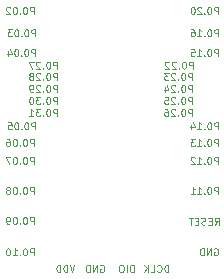
<source format=gbo>
G04 #@! TF.FileFunction,Legend,Bot*
%FSLAX46Y46*%
G04 Gerber Fmt 4.6, Leading zero omitted, Abs format (unit mm)*
G04 Created by KiCad (PCBNEW 4.0.7) date 09/26/18 10:41:12*
%MOMM*%
%LPD*%
G01*
G04 APERTURE LIST*
%ADD10C,0.100000*%
%ADD11C,0.060000*%
G04 APERTURE END LIST*
D10*
D11*
X169686143Y-119905429D02*
X169686143Y-119305429D01*
X169457571Y-119305429D01*
X169400429Y-119334000D01*
X169371857Y-119362571D01*
X169343286Y-119419714D01*
X169343286Y-119505429D01*
X169371857Y-119562571D01*
X169400429Y-119591143D01*
X169457571Y-119619714D01*
X169686143Y-119619714D01*
X168971857Y-119305429D02*
X168914714Y-119305429D01*
X168857571Y-119334000D01*
X168829000Y-119362571D01*
X168800429Y-119419714D01*
X168771857Y-119534000D01*
X168771857Y-119676857D01*
X168800429Y-119791143D01*
X168829000Y-119848286D01*
X168857571Y-119876857D01*
X168914714Y-119905429D01*
X168971857Y-119905429D01*
X169029000Y-119876857D01*
X169057571Y-119848286D01*
X169086143Y-119791143D01*
X169114714Y-119676857D01*
X169114714Y-119534000D01*
X169086143Y-119419714D01*
X169057571Y-119362571D01*
X169029000Y-119334000D01*
X168971857Y-119305429D01*
X168514714Y-119848286D02*
X168486142Y-119876857D01*
X168514714Y-119905429D01*
X168543285Y-119876857D01*
X168514714Y-119848286D01*
X168514714Y-119905429D01*
X168114714Y-119305429D02*
X168057571Y-119305429D01*
X168000428Y-119334000D01*
X167971857Y-119362571D01*
X167943286Y-119419714D01*
X167914714Y-119534000D01*
X167914714Y-119676857D01*
X167943286Y-119791143D01*
X167971857Y-119848286D01*
X168000428Y-119876857D01*
X168057571Y-119905429D01*
X168114714Y-119905429D01*
X168171857Y-119876857D01*
X168200428Y-119848286D01*
X168229000Y-119791143D01*
X168257571Y-119676857D01*
X168257571Y-119534000D01*
X168229000Y-119419714D01*
X168200428Y-119362571D01*
X168171857Y-119334000D01*
X168114714Y-119305429D01*
X167371857Y-119305429D02*
X167657571Y-119305429D01*
X167686142Y-119591143D01*
X167657571Y-119562571D01*
X167600428Y-119534000D01*
X167457571Y-119534000D01*
X167400428Y-119562571D01*
X167371857Y-119591143D01*
X167343285Y-119648286D01*
X167343285Y-119791143D01*
X167371857Y-119848286D01*
X167400428Y-119876857D01*
X167457571Y-119905429D01*
X167600428Y-119905429D01*
X167657571Y-119876857D01*
X167686142Y-119848286D01*
X180959000Y-131970429D02*
X180959000Y-131370429D01*
X180816143Y-131370429D01*
X180730428Y-131399000D01*
X180673286Y-131456143D01*
X180644714Y-131513286D01*
X180616143Y-131627571D01*
X180616143Y-131713286D01*
X180644714Y-131827571D01*
X180673286Y-131884714D01*
X180730428Y-131941857D01*
X180816143Y-131970429D01*
X180959000Y-131970429D01*
X180016143Y-131913286D02*
X180044714Y-131941857D01*
X180130428Y-131970429D01*
X180187571Y-131970429D01*
X180273286Y-131941857D01*
X180330428Y-131884714D01*
X180359000Y-131827571D01*
X180387571Y-131713286D01*
X180387571Y-131627571D01*
X180359000Y-131513286D01*
X180330428Y-131456143D01*
X180273286Y-131399000D01*
X180187571Y-131370429D01*
X180130428Y-131370429D01*
X180044714Y-131399000D01*
X180016143Y-131427571D01*
X179473286Y-131970429D02*
X179759000Y-131970429D01*
X179759000Y-131370429D01*
X179273286Y-131970429D02*
X179273286Y-131370429D01*
X178930429Y-131970429D02*
X179187572Y-131627571D01*
X178930429Y-131370429D02*
X179273286Y-131713286D01*
X178033285Y-131970429D02*
X178033285Y-131370429D01*
X177890428Y-131370429D01*
X177804713Y-131399000D01*
X177747571Y-131456143D01*
X177718999Y-131513286D01*
X177690428Y-131627571D01*
X177690428Y-131713286D01*
X177718999Y-131827571D01*
X177747571Y-131884714D01*
X177804713Y-131941857D01*
X177890428Y-131970429D01*
X178033285Y-131970429D01*
X177433285Y-131970429D02*
X177433285Y-131370429D01*
X177033285Y-131370429D02*
X176918999Y-131370429D01*
X176861857Y-131399000D01*
X176804714Y-131456143D01*
X176776142Y-131570429D01*
X176776142Y-131770429D01*
X176804714Y-131884714D01*
X176861857Y-131941857D01*
X176918999Y-131970429D01*
X177033285Y-131970429D01*
X177090428Y-131941857D01*
X177147571Y-131884714D01*
X177176142Y-131770429D01*
X177176142Y-131570429D01*
X177147571Y-131456143D01*
X177090428Y-131399000D01*
X177033285Y-131370429D01*
X175209142Y-131399000D02*
X175266285Y-131370429D01*
X175351999Y-131370429D01*
X175437714Y-131399000D01*
X175494856Y-131456143D01*
X175523428Y-131513286D01*
X175551999Y-131627571D01*
X175551999Y-131713286D01*
X175523428Y-131827571D01*
X175494856Y-131884714D01*
X175437714Y-131941857D01*
X175351999Y-131970429D01*
X175294856Y-131970429D01*
X175209142Y-131941857D01*
X175180571Y-131913286D01*
X175180571Y-131713286D01*
X175294856Y-131713286D01*
X174923428Y-131970429D02*
X174923428Y-131370429D01*
X174580571Y-131970429D01*
X174580571Y-131370429D01*
X174294857Y-131970429D02*
X174294857Y-131370429D01*
X174152000Y-131370429D01*
X174066285Y-131399000D01*
X174009143Y-131456143D01*
X173980571Y-131513286D01*
X173952000Y-131627571D01*
X173952000Y-131713286D01*
X173980571Y-131827571D01*
X174009143Y-131884714D01*
X174066285Y-131941857D01*
X174152000Y-131970429D01*
X174294857Y-131970429D01*
X173012000Y-131370429D02*
X172812000Y-131970429D01*
X172612000Y-131370429D01*
X172412000Y-131970429D02*
X172412000Y-131370429D01*
X172269143Y-131370429D01*
X172183428Y-131399000D01*
X172126286Y-131456143D01*
X172097714Y-131513286D01*
X172069143Y-131627571D01*
X172069143Y-131713286D01*
X172097714Y-131827571D01*
X172126286Y-131884714D01*
X172183428Y-131941857D01*
X172269143Y-131970429D01*
X172412000Y-131970429D01*
X171812000Y-131970429D02*
X171812000Y-131370429D01*
X171669143Y-131370429D01*
X171583428Y-131399000D01*
X171526286Y-131456143D01*
X171497714Y-131513286D01*
X171469143Y-131627571D01*
X171469143Y-131713286D01*
X171497714Y-131827571D01*
X171526286Y-131884714D01*
X171583428Y-131941857D01*
X171669143Y-131970429D01*
X171812000Y-131970429D01*
X183021143Y-114761929D02*
X183021143Y-114161929D01*
X182792571Y-114161929D01*
X182735429Y-114190500D01*
X182706857Y-114219071D01*
X182678286Y-114276214D01*
X182678286Y-114361929D01*
X182706857Y-114419071D01*
X182735429Y-114447643D01*
X182792571Y-114476214D01*
X183021143Y-114476214D01*
X182306857Y-114161929D02*
X182249714Y-114161929D01*
X182192571Y-114190500D01*
X182164000Y-114219071D01*
X182135429Y-114276214D01*
X182106857Y-114390500D01*
X182106857Y-114533357D01*
X182135429Y-114647643D01*
X182164000Y-114704786D01*
X182192571Y-114733357D01*
X182249714Y-114761929D01*
X182306857Y-114761929D01*
X182364000Y-114733357D01*
X182392571Y-114704786D01*
X182421143Y-114647643D01*
X182449714Y-114533357D01*
X182449714Y-114390500D01*
X182421143Y-114276214D01*
X182392571Y-114219071D01*
X182364000Y-114190500D01*
X182306857Y-114161929D01*
X181849714Y-114704786D02*
X181821142Y-114733357D01*
X181849714Y-114761929D01*
X181878285Y-114733357D01*
X181849714Y-114704786D01*
X181849714Y-114761929D01*
X181592571Y-114219071D02*
X181564000Y-114190500D01*
X181506857Y-114161929D01*
X181364000Y-114161929D01*
X181306857Y-114190500D01*
X181278286Y-114219071D01*
X181249714Y-114276214D01*
X181249714Y-114333357D01*
X181278286Y-114419071D01*
X181621143Y-114761929D01*
X181249714Y-114761929D01*
X181021142Y-114219071D02*
X180992571Y-114190500D01*
X180935428Y-114161929D01*
X180792571Y-114161929D01*
X180735428Y-114190500D01*
X180706857Y-114219071D01*
X180678285Y-114276214D01*
X180678285Y-114333357D01*
X180706857Y-114419071D01*
X181049714Y-114761929D01*
X180678285Y-114761929D01*
X182957643Y-115714429D02*
X182957643Y-115114429D01*
X182729071Y-115114429D01*
X182671929Y-115143000D01*
X182643357Y-115171571D01*
X182614786Y-115228714D01*
X182614786Y-115314429D01*
X182643357Y-115371571D01*
X182671929Y-115400143D01*
X182729071Y-115428714D01*
X182957643Y-115428714D01*
X182243357Y-115114429D02*
X182186214Y-115114429D01*
X182129071Y-115143000D01*
X182100500Y-115171571D01*
X182071929Y-115228714D01*
X182043357Y-115343000D01*
X182043357Y-115485857D01*
X182071929Y-115600143D01*
X182100500Y-115657286D01*
X182129071Y-115685857D01*
X182186214Y-115714429D01*
X182243357Y-115714429D01*
X182300500Y-115685857D01*
X182329071Y-115657286D01*
X182357643Y-115600143D01*
X182386214Y-115485857D01*
X182386214Y-115343000D01*
X182357643Y-115228714D01*
X182329071Y-115171571D01*
X182300500Y-115143000D01*
X182243357Y-115114429D01*
X181786214Y-115657286D02*
X181757642Y-115685857D01*
X181786214Y-115714429D01*
X181814785Y-115685857D01*
X181786214Y-115657286D01*
X181786214Y-115714429D01*
X181529071Y-115171571D02*
X181500500Y-115143000D01*
X181443357Y-115114429D01*
X181300500Y-115114429D01*
X181243357Y-115143000D01*
X181214786Y-115171571D01*
X181186214Y-115228714D01*
X181186214Y-115285857D01*
X181214786Y-115371571D01*
X181557643Y-115714429D01*
X181186214Y-115714429D01*
X180986214Y-115114429D02*
X180614785Y-115114429D01*
X180814785Y-115343000D01*
X180729071Y-115343000D01*
X180671928Y-115371571D01*
X180643357Y-115400143D01*
X180614785Y-115457286D01*
X180614785Y-115600143D01*
X180643357Y-115657286D01*
X180671928Y-115685857D01*
X180729071Y-115714429D01*
X180900499Y-115714429D01*
X180957642Y-115685857D01*
X180986214Y-115657286D01*
X182957643Y-116730429D02*
X182957643Y-116130429D01*
X182729071Y-116130429D01*
X182671929Y-116159000D01*
X182643357Y-116187571D01*
X182614786Y-116244714D01*
X182614786Y-116330429D01*
X182643357Y-116387571D01*
X182671929Y-116416143D01*
X182729071Y-116444714D01*
X182957643Y-116444714D01*
X182243357Y-116130429D02*
X182186214Y-116130429D01*
X182129071Y-116159000D01*
X182100500Y-116187571D01*
X182071929Y-116244714D01*
X182043357Y-116359000D01*
X182043357Y-116501857D01*
X182071929Y-116616143D01*
X182100500Y-116673286D01*
X182129071Y-116701857D01*
X182186214Y-116730429D01*
X182243357Y-116730429D01*
X182300500Y-116701857D01*
X182329071Y-116673286D01*
X182357643Y-116616143D01*
X182386214Y-116501857D01*
X182386214Y-116359000D01*
X182357643Y-116244714D01*
X182329071Y-116187571D01*
X182300500Y-116159000D01*
X182243357Y-116130429D01*
X181786214Y-116673286D02*
X181757642Y-116701857D01*
X181786214Y-116730429D01*
X181814785Y-116701857D01*
X181786214Y-116673286D01*
X181786214Y-116730429D01*
X181529071Y-116187571D02*
X181500500Y-116159000D01*
X181443357Y-116130429D01*
X181300500Y-116130429D01*
X181243357Y-116159000D01*
X181214786Y-116187571D01*
X181186214Y-116244714D01*
X181186214Y-116301857D01*
X181214786Y-116387571D01*
X181557643Y-116730429D01*
X181186214Y-116730429D01*
X180671928Y-116330429D02*
X180671928Y-116730429D01*
X180814785Y-116101857D02*
X180957642Y-116530429D01*
X180586214Y-116530429D01*
X182957643Y-117746429D02*
X182957643Y-117146429D01*
X182729071Y-117146429D01*
X182671929Y-117175000D01*
X182643357Y-117203571D01*
X182614786Y-117260714D01*
X182614786Y-117346429D01*
X182643357Y-117403571D01*
X182671929Y-117432143D01*
X182729071Y-117460714D01*
X182957643Y-117460714D01*
X182243357Y-117146429D02*
X182186214Y-117146429D01*
X182129071Y-117175000D01*
X182100500Y-117203571D01*
X182071929Y-117260714D01*
X182043357Y-117375000D01*
X182043357Y-117517857D01*
X182071929Y-117632143D01*
X182100500Y-117689286D01*
X182129071Y-117717857D01*
X182186214Y-117746429D01*
X182243357Y-117746429D01*
X182300500Y-117717857D01*
X182329071Y-117689286D01*
X182357643Y-117632143D01*
X182386214Y-117517857D01*
X182386214Y-117375000D01*
X182357643Y-117260714D01*
X182329071Y-117203571D01*
X182300500Y-117175000D01*
X182243357Y-117146429D01*
X181786214Y-117689286D02*
X181757642Y-117717857D01*
X181786214Y-117746429D01*
X181814785Y-117717857D01*
X181786214Y-117689286D01*
X181786214Y-117746429D01*
X181529071Y-117203571D02*
X181500500Y-117175000D01*
X181443357Y-117146429D01*
X181300500Y-117146429D01*
X181243357Y-117175000D01*
X181214786Y-117203571D01*
X181186214Y-117260714D01*
X181186214Y-117317857D01*
X181214786Y-117403571D01*
X181557643Y-117746429D01*
X181186214Y-117746429D01*
X180643357Y-117146429D02*
X180929071Y-117146429D01*
X180957642Y-117432143D01*
X180929071Y-117403571D01*
X180871928Y-117375000D01*
X180729071Y-117375000D01*
X180671928Y-117403571D01*
X180643357Y-117432143D01*
X180614785Y-117489286D01*
X180614785Y-117632143D01*
X180643357Y-117689286D01*
X180671928Y-117717857D01*
X180729071Y-117746429D01*
X180871928Y-117746429D01*
X180929071Y-117717857D01*
X180957642Y-117689286D01*
X182957643Y-118762429D02*
X182957643Y-118162429D01*
X182729071Y-118162429D01*
X182671929Y-118191000D01*
X182643357Y-118219571D01*
X182614786Y-118276714D01*
X182614786Y-118362429D01*
X182643357Y-118419571D01*
X182671929Y-118448143D01*
X182729071Y-118476714D01*
X182957643Y-118476714D01*
X182243357Y-118162429D02*
X182186214Y-118162429D01*
X182129071Y-118191000D01*
X182100500Y-118219571D01*
X182071929Y-118276714D01*
X182043357Y-118391000D01*
X182043357Y-118533857D01*
X182071929Y-118648143D01*
X182100500Y-118705286D01*
X182129071Y-118733857D01*
X182186214Y-118762429D01*
X182243357Y-118762429D01*
X182300500Y-118733857D01*
X182329071Y-118705286D01*
X182357643Y-118648143D01*
X182386214Y-118533857D01*
X182386214Y-118391000D01*
X182357643Y-118276714D01*
X182329071Y-118219571D01*
X182300500Y-118191000D01*
X182243357Y-118162429D01*
X181786214Y-118705286D02*
X181757642Y-118733857D01*
X181786214Y-118762429D01*
X181814785Y-118733857D01*
X181786214Y-118705286D01*
X181786214Y-118762429D01*
X181529071Y-118219571D02*
X181500500Y-118191000D01*
X181443357Y-118162429D01*
X181300500Y-118162429D01*
X181243357Y-118191000D01*
X181214786Y-118219571D01*
X181186214Y-118276714D01*
X181186214Y-118333857D01*
X181214786Y-118419571D01*
X181557643Y-118762429D01*
X181186214Y-118762429D01*
X180671928Y-118162429D02*
X180786214Y-118162429D01*
X180843357Y-118191000D01*
X180871928Y-118219571D01*
X180929071Y-118305286D01*
X180957642Y-118419571D01*
X180957642Y-118648143D01*
X180929071Y-118705286D01*
X180900499Y-118733857D01*
X180843357Y-118762429D01*
X180729071Y-118762429D01*
X180671928Y-118733857D01*
X180643357Y-118705286D01*
X180614785Y-118648143D01*
X180614785Y-118505286D01*
X180643357Y-118448143D01*
X180671928Y-118419571D01*
X180729071Y-118391000D01*
X180843357Y-118391000D01*
X180900499Y-118419571D01*
X180929071Y-118448143D01*
X180957642Y-118505286D01*
X171527643Y-118762429D02*
X171527643Y-118162429D01*
X171299071Y-118162429D01*
X171241929Y-118191000D01*
X171213357Y-118219571D01*
X171184786Y-118276714D01*
X171184786Y-118362429D01*
X171213357Y-118419571D01*
X171241929Y-118448143D01*
X171299071Y-118476714D01*
X171527643Y-118476714D01*
X170813357Y-118162429D02*
X170756214Y-118162429D01*
X170699071Y-118191000D01*
X170670500Y-118219571D01*
X170641929Y-118276714D01*
X170613357Y-118391000D01*
X170613357Y-118533857D01*
X170641929Y-118648143D01*
X170670500Y-118705286D01*
X170699071Y-118733857D01*
X170756214Y-118762429D01*
X170813357Y-118762429D01*
X170870500Y-118733857D01*
X170899071Y-118705286D01*
X170927643Y-118648143D01*
X170956214Y-118533857D01*
X170956214Y-118391000D01*
X170927643Y-118276714D01*
X170899071Y-118219571D01*
X170870500Y-118191000D01*
X170813357Y-118162429D01*
X170356214Y-118705286D02*
X170327642Y-118733857D01*
X170356214Y-118762429D01*
X170384785Y-118733857D01*
X170356214Y-118705286D01*
X170356214Y-118762429D01*
X170127643Y-118162429D02*
X169756214Y-118162429D01*
X169956214Y-118391000D01*
X169870500Y-118391000D01*
X169813357Y-118419571D01*
X169784786Y-118448143D01*
X169756214Y-118505286D01*
X169756214Y-118648143D01*
X169784786Y-118705286D01*
X169813357Y-118733857D01*
X169870500Y-118762429D01*
X170041928Y-118762429D01*
X170099071Y-118733857D01*
X170127643Y-118705286D01*
X169184785Y-118762429D02*
X169527642Y-118762429D01*
X169356214Y-118762429D02*
X169356214Y-118162429D01*
X169413357Y-118248143D01*
X169470499Y-118305286D01*
X169527642Y-118333857D01*
X171527643Y-117746429D02*
X171527643Y-117146429D01*
X171299071Y-117146429D01*
X171241929Y-117175000D01*
X171213357Y-117203571D01*
X171184786Y-117260714D01*
X171184786Y-117346429D01*
X171213357Y-117403571D01*
X171241929Y-117432143D01*
X171299071Y-117460714D01*
X171527643Y-117460714D01*
X170813357Y-117146429D02*
X170756214Y-117146429D01*
X170699071Y-117175000D01*
X170670500Y-117203571D01*
X170641929Y-117260714D01*
X170613357Y-117375000D01*
X170613357Y-117517857D01*
X170641929Y-117632143D01*
X170670500Y-117689286D01*
X170699071Y-117717857D01*
X170756214Y-117746429D01*
X170813357Y-117746429D01*
X170870500Y-117717857D01*
X170899071Y-117689286D01*
X170927643Y-117632143D01*
X170956214Y-117517857D01*
X170956214Y-117375000D01*
X170927643Y-117260714D01*
X170899071Y-117203571D01*
X170870500Y-117175000D01*
X170813357Y-117146429D01*
X170356214Y-117689286D02*
X170327642Y-117717857D01*
X170356214Y-117746429D01*
X170384785Y-117717857D01*
X170356214Y-117689286D01*
X170356214Y-117746429D01*
X170127643Y-117146429D02*
X169756214Y-117146429D01*
X169956214Y-117375000D01*
X169870500Y-117375000D01*
X169813357Y-117403571D01*
X169784786Y-117432143D01*
X169756214Y-117489286D01*
X169756214Y-117632143D01*
X169784786Y-117689286D01*
X169813357Y-117717857D01*
X169870500Y-117746429D01*
X170041928Y-117746429D01*
X170099071Y-117717857D01*
X170127643Y-117689286D01*
X169384785Y-117146429D02*
X169327642Y-117146429D01*
X169270499Y-117175000D01*
X169241928Y-117203571D01*
X169213357Y-117260714D01*
X169184785Y-117375000D01*
X169184785Y-117517857D01*
X169213357Y-117632143D01*
X169241928Y-117689286D01*
X169270499Y-117717857D01*
X169327642Y-117746429D01*
X169384785Y-117746429D01*
X169441928Y-117717857D01*
X169470499Y-117689286D01*
X169499071Y-117632143D01*
X169527642Y-117517857D01*
X169527642Y-117375000D01*
X169499071Y-117260714D01*
X169470499Y-117203571D01*
X169441928Y-117175000D01*
X169384785Y-117146429D01*
X171527643Y-116730429D02*
X171527643Y-116130429D01*
X171299071Y-116130429D01*
X171241929Y-116159000D01*
X171213357Y-116187571D01*
X171184786Y-116244714D01*
X171184786Y-116330429D01*
X171213357Y-116387571D01*
X171241929Y-116416143D01*
X171299071Y-116444714D01*
X171527643Y-116444714D01*
X170813357Y-116130429D02*
X170756214Y-116130429D01*
X170699071Y-116159000D01*
X170670500Y-116187571D01*
X170641929Y-116244714D01*
X170613357Y-116359000D01*
X170613357Y-116501857D01*
X170641929Y-116616143D01*
X170670500Y-116673286D01*
X170699071Y-116701857D01*
X170756214Y-116730429D01*
X170813357Y-116730429D01*
X170870500Y-116701857D01*
X170899071Y-116673286D01*
X170927643Y-116616143D01*
X170956214Y-116501857D01*
X170956214Y-116359000D01*
X170927643Y-116244714D01*
X170899071Y-116187571D01*
X170870500Y-116159000D01*
X170813357Y-116130429D01*
X170356214Y-116673286D02*
X170327642Y-116701857D01*
X170356214Y-116730429D01*
X170384785Y-116701857D01*
X170356214Y-116673286D01*
X170356214Y-116730429D01*
X170099071Y-116187571D02*
X170070500Y-116159000D01*
X170013357Y-116130429D01*
X169870500Y-116130429D01*
X169813357Y-116159000D01*
X169784786Y-116187571D01*
X169756214Y-116244714D01*
X169756214Y-116301857D01*
X169784786Y-116387571D01*
X170127643Y-116730429D01*
X169756214Y-116730429D01*
X169470499Y-116730429D02*
X169356214Y-116730429D01*
X169299071Y-116701857D01*
X169270499Y-116673286D01*
X169213357Y-116587571D01*
X169184785Y-116473286D01*
X169184785Y-116244714D01*
X169213357Y-116187571D01*
X169241928Y-116159000D01*
X169299071Y-116130429D01*
X169413357Y-116130429D01*
X169470499Y-116159000D01*
X169499071Y-116187571D01*
X169527642Y-116244714D01*
X169527642Y-116387571D01*
X169499071Y-116444714D01*
X169470499Y-116473286D01*
X169413357Y-116501857D01*
X169299071Y-116501857D01*
X169241928Y-116473286D01*
X169213357Y-116444714D01*
X169184785Y-116387571D01*
X171527643Y-115714429D02*
X171527643Y-115114429D01*
X171299071Y-115114429D01*
X171241929Y-115143000D01*
X171213357Y-115171571D01*
X171184786Y-115228714D01*
X171184786Y-115314429D01*
X171213357Y-115371571D01*
X171241929Y-115400143D01*
X171299071Y-115428714D01*
X171527643Y-115428714D01*
X170813357Y-115114429D02*
X170756214Y-115114429D01*
X170699071Y-115143000D01*
X170670500Y-115171571D01*
X170641929Y-115228714D01*
X170613357Y-115343000D01*
X170613357Y-115485857D01*
X170641929Y-115600143D01*
X170670500Y-115657286D01*
X170699071Y-115685857D01*
X170756214Y-115714429D01*
X170813357Y-115714429D01*
X170870500Y-115685857D01*
X170899071Y-115657286D01*
X170927643Y-115600143D01*
X170956214Y-115485857D01*
X170956214Y-115343000D01*
X170927643Y-115228714D01*
X170899071Y-115171571D01*
X170870500Y-115143000D01*
X170813357Y-115114429D01*
X170356214Y-115657286D02*
X170327642Y-115685857D01*
X170356214Y-115714429D01*
X170384785Y-115685857D01*
X170356214Y-115657286D01*
X170356214Y-115714429D01*
X170099071Y-115171571D02*
X170070500Y-115143000D01*
X170013357Y-115114429D01*
X169870500Y-115114429D01*
X169813357Y-115143000D01*
X169784786Y-115171571D01*
X169756214Y-115228714D01*
X169756214Y-115285857D01*
X169784786Y-115371571D01*
X170127643Y-115714429D01*
X169756214Y-115714429D01*
X169413357Y-115371571D02*
X169470499Y-115343000D01*
X169499071Y-115314429D01*
X169527642Y-115257286D01*
X169527642Y-115228714D01*
X169499071Y-115171571D01*
X169470499Y-115143000D01*
X169413357Y-115114429D01*
X169299071Y-115114429D01*
X169241928Y-115143000D01*
X169213357Y-115171571D01*
X169184785Y-115228714D01*
X169184785Y-115257286D01*
X169213357Y-115314429D01*
X169241928Y-115343000D01*
X169299071Y-115371571D01*
X169413357Y-115371571D01*
X169470499Y-115400143D01*
X169499071Y-115428714D01*
X169527642Y-115485857D01*
X169527642Y-115600143D01*
X169499071Y-115657286D01*
X169470499Y-115685857D01*
X169413357Y-115714429D01*
X169299071Y-115714429D01*
X169241928Y-115685857D01*
X169213357Y-115657286D01*
X169184785Y-115600143D01*
X169184785Y-115485857D01*
X169213357Y-115428714D01*
X169241928Y-115400143D01*
X169299071Y-115371571D01*
X171527643Y-114761929D02*
X171527643Y-114161929D01*
X171299071Y-114161929D01*
X171241929Y-114190500D01*
X171213357Y-114219071D01*
X171184786Y-114276214D01*
X171184786Y-114361929D01*
X171213357Y-114419071D01*
X171241929Y-114447643D01*
X171299071Y-114476214D01*
X171527643Y-114476214D01*
X170813357Y-114161929D02*
X170756214Y-114161929D01*
X170699071Y-114190500D01*
X170670500Y-114219071D01*
X170641929Y-114276214D01*
X170613357Y-114390500D01*
X170613357Y-114533357D01*
X170641929Y-114647643D01*
X170670500Y-114704786D01*
X170699071Y-114733357D01*
X170756214Y-114761929D01*
X170813357Y-114761929D01*
X170870500Y-114733357D01*
X170899071Y-114704786D01*
X170927643Y-114647643D01*
X170956214Y-114533357D01*
X170956214Y-114390500D01*
X170927643Y-114276214D01*
X170899071Y-114219071D01*
X170870500Y-114190500D01*
X170813357Y-114161929D01*
X170356214Y-114704786D02*
X170327642Y-114733357D01*
X170356214Y-114761929D01*
X170384785Y-114733357D01*
X170356214Y-114704786D01*
X170356214Y-114761929D01*
X170099071Y-114219071D02*
X170070500Y-114190500D01*
X170013357Y-114161929D01*
X169870500Y-114161929D01*
X169813357Y-114190500D01*
X169784786Y-114219071D01*
X169756214Y-114276214D01*
X169756214Y-114333357D01*
X169784786Y-114419071D01*
X170127643Y-114761929D01*
X169756214Y-114761929D01*
X169556214Y-114161929D02*
X169156214Y-114161929D01*
X169413357Y-114761929D01*
X169559143Y-110126429D02*
X169559143Y-109526429D01*
X169330571Y-109526429D01*
X169273429Y-109555000D01*
X169244857Y-109583571D01*
X169216286Y-109640714D01*
X169216286Y-109726429D01*
X169244857Y-109783571D01*
X169273429Y-109812143D01*
X169330571Y-109840714D01*
X169559143Y-109840714D01*
X168844857Y-109526429D02*
X168787714Y-109526429D01*
X168730571Y-109555000D01*
X168702000Y-109583571D01*
X168673429Y-109640714D01*
X168644857Y-109755000D01*
X168644857Y-109897857D01*
X168673429Y-110012143D01*
X168702000Y-110069286D01*
X168730571Y-110097857D01*
X168787714Y-110126429D01*
X168844857Y-110126429D01*
X168902000Y-110097857D01*
X168930571Y-110069286D01*
X168959143Y-110012143D01*
X168987714Y-109897857D01*
X168987714Y-109755000D01*
X168959143Y-109640714D01*
X168930571Y-109583571D01*
X168902000Y-109555000D01*
X168844857Y-109526429D01*
X168387714Y-110069286D02*
X168359142Y-110097857D01*
X168387714Y-110126429D01*
X168416285Y-110097857D01*
X168387714Y-110069286D01*
X168387714Y-110126429D01*
X167987714Y-109526429D02*
X167930571Y-109526429D01*
X167873428Y-109555000D01*
X167844857Y-109583571D01*
X167816286Y-109640714D01*
X167787714Y-109755000D01*
X167787714Y-109897857D01*
X167816286Y-110012143D01*
X167844857Y-110069286D01*
X167873428Y-110097857D01*
X167930571Y-110126429D01*
X167987714Y-110126429D01*
X168044857Y-110097857D01*
X168073428Y-110069286D01*
X168102000Y-110012143D01*
X168130571Y-109897857D01*
X168130571Y-109755000D01*
X168102000Y-109640714D01*
X168073428Y-109583571D01*
X168044857Y-109555000D01*
X167987714Y-109526429D01*
X167559142Y-109583571D02*
X167530571Y-109555000D01*
X167473428Y-109526429D01*
X167330571Y-109526429D01*
X167273428Y-109555000D01*
X167244857Y-109583571D01*
X167216285Y-109640714D01*
X167216285Y-109697857D01*
X167244857Y-109783571D01*
X167587714Y-110126429D01*
X167216285Y-110126429D01*
X169686143Y-112031429D02*
X169686143Y-111431429D01*
X169457571Y-111431429D01*
X169400429Y-111460000D01*
X169371857Y-111488571D01*
X169343286Y-111545714D01*
X169343286Y-111631429D01*
X169371857Y-111688571D01*
X169400429Y-111717143D01*
X169457571Y-111745714D01*
X169686143Y-111745714D01*
X168971857Y-111431429D02*
X168914714Y-111431429D01*
X168857571Y-111460000D01*
X168829000Y-111488571D01*
X168800429Y-111545714D01*
X168771857Y-111660000D01*
X168771857Y-111802857D01*
X168800429Y-111917143D01*
X168829000Y-111974286D01*
X168857571Y-112002857D01*
X168914714Y-112031429D01*
X168971857Y-112031429D01*
X169029000Y-112002857D01*
X169057571Y-111974286D01*
X169086143Y-111917143D01*
X169114714Y-111802857D01*
X169114714Y-111660000D01*
X169086143Y-111545714D01*
X169057571Y-111488571D01*
X169029000Y-111460000D01*
X168971857Y-111431429D01*
X168514714Y-111974286D02*
X168486142Y-112002857D01*
X168514714Y-112031429D01*
X168543285Y-112002857D01*
X168514714Y-111974286D01*
X168514714Y-112031429D01*
X168114714Y-111431429D02*
X168057571Y-111431429D01*
X168000428Y-111460000D01*
X167971857Y-111488571D01*
X167943286Y-111545714D01*
X167914714Y-111660000D01*
X167914714Y-111802857D01*
X167943286Y-111917143D01*
X167971857Y-111974286D01*
X168000428Y-112002857D01*
X168057571Y-112031429D01*
X168114714Y-112031429D01*
X168171857Y-112002857D01*
X168200428Y-111974286D01*
X168229000Y-111917143D01*
X168257571Y-111802857D01*
X168257571Y-111660000D01*
X168229000Y-111545714D01*
X168200428Y-111488571D01*
X168171857Y-111460000D01*
X168114714Y-111431429D01*
X167714714Y-111431429D02*
X167343285Y-111431429D01*
X167543285Y-111660000D01*
X167457571Y-111660000D01*
X167400428Y-111688571D01*
X167371857Y-111717143D01*
X167343285Y-111774286D01*
X167343285Y-111917143D01*
X167371857Y-111974286D01*
X167400428Y-112002857D01*
X167457571Y-112031429D01*
X167628999Y-112031429D01*
X167686142Y-112002857D01*
X167714714Y-111974286D01*
X169686143Y-113682429D02*
X169686143Y-113082429D01*
X169457571Y-113082429D01*
X169400429Y-113111000D01*
X169371857Y-113139571D01*
X169343286Y-113196714D01*
X169343286Y-113282429D01*
X169371857Y-113339571D01*
X169400429Y-113368143D01*
X169457571Y-113396714D01*
X169686143Y-113396714D01*
X168971857Y-113082429D02*
X168914714Y-113082429D01*
X168857571Y-113111000D01*
X168829000Y-113139571D01*
X168800429Y-113196714D01*
X168771857Y-113311000D01*
X168771857Y-113453857D01*
X168800429Y-113568143D01*
X168829000Y-113625286D01*
X168857571Y-113653857D01*
X168914714Y-113682429D01*
X168971857Y-113682429D01*
X169029000Y-113653857D01*
X169057571Y-113625286D01*
X169086143Y-113568143D01*
X169114714Y-113453857D01*
X169114714Y-113311000D01*
X169086143Y-113196714D01*
X169057571Y-113139571D01*
X169029000Y-113111000D01*
X168971857Y-113082429D01*
X168514714Y-113625286D02*
X168486142Y-113653857D01*
X168514714Y-113682429D01*
X168543285Y-113653857D01*
X168514714Y-113625286D01*
X168514714Y-113682429D01*
X168114714Y-113082429D02*
X168057571Y-113082429D01*
X168000428Y-113111000D01*
X167971857Y-113139571D01*
X167943286Y-113196714D01*
X167914714Y-113311000D01*
X167914714Y-113453857D01*
X167943286Y-113568143D01*
X167971857Y-113625286D01*
X168000428Y-113653857D01*
X168057571Y-113682429D01*
X168114714Y-113682429D01*
X168171857Y-113653857D01*
X168200428Y-113625286D01*
X168229000Y-113568143D01*
X168257571Y-113453857D01*
X168257571Y-113311000D01*
X168229000Y-113196714D01*
X168200428Y-113139571D01*
X168171857Y-113111000D01*
X168114714Y-113082429D01*
X167400428Y-113282429D02*
X167400428Y-113682429D01*
X167543285Y-113053857D02*
X167686142Y-113482429D01*
X167314714Y-113482429D01*
X169559143Y-121302429D02*
X169559143Y-120702429D01*
X169330571Y-120702429D01*
X169273429Y-120731000D01*
X169244857Y-120759571D01*
X169216286Y-120816714D01*
X169216286Y-120902429D01*
X169244857Y-120959571D01*
X169273429Y-120988143D01*
X169330571Y-121016714D01*
X169559143Y-121016714D01*
X168844857Y-120702429D02*
X168787714Y-120702429D01*
X168730571Y-120731000D01*
X168702000Y-120759571D01*
X168673429Y-120816714D01*
X168644857Y-120931000D01*
X168644857Y-121073857D01*
X168673429Y-121188143D01*
X168702000Y-121245286D01*
X168730571Y-121273857D01*
X168787714Y-121302429D01*
X168844857Y-121302429D01*
X168902000Y-121273857D01*
X168930571Y-121245286D01*
X168959143Y-121188143D01*
X168987714Y-121073857D01*
X168987714Y-120931000D01*
X168959143Y-120816714D01*
X168930571Y-120759571D01*
X168902000Y-120731000D01*
X168844857Y-120702429D01*
X168387714Y-121245286D02*
X168359142Y-121273857D01*
X168387714Y-121302429D01*
X168416285Y-121273857D01*
X168387714Y-121245286D01*
X168387714Y-121302429D01*
X167987714Y-120702429D02*
X167930571Y-120702429D01*
X167873428Y-120731000D01*
X167844857Y-120759571D01*
X167816286Y-120816714D01*
X167787714Y-120931000D01*
X167787714Y-121073857D01*
X167816286Y-121188143D01*
X167844857Y-121245286D01*
X167873428Y-121273857D01*
X167930571Y-121302429D01*
X167987714Y-121302429D01*
X168044857Y-121273857D01*
X168073428Y-121245286D01*
X168102000Y-121188143D01*
X168130571Y-121073857D01*
X168130571Y-120931000D01*
X168102000Y-120816714D01*
X168073428Y-120759571D01*
X168044857Y-120731000D01*
X167987714Y-120702429D01*
X167273428Y-120702429D02*
X167387714Y-120702429D01*
X167444857Y-120731000D01*
X167473428Y-120759571D01*
X167530571Y-120845286D01*
X167559142Y-120959571D01*
X167559142Y-121188143D01*
X167530571Y-121245286D01*
X167501999Y-121273857D01*
X167444857Y-121302429D01*
X167330571Y-121302429D01*
X167273428Y-121273857D01*
X167244857Y-121245286D01*
X167216285Y-121188143D01*
X167216285Y-121045286D01*
X167244857Y-120988143D01*
X167273428Y-120959571D01*
X167330571Y-120931000D01*
X167444857Y-120931000D01*
X167501999Y-120959571D01*
X167530571Y-120988143D01*
X167559142Y-121045286D01*
X169559143Y-122826429D02*
X169559143Y-122226429D01*
X169330571Y-122226429D01*
X169273429Y-122255000D01*
X169244857Y-122283571D01*
X169216286Y-122340714D01*
X169216286Y-122426429D01*
X169244857Y-122483571D01*
X169273429Y-122512143D01*
X169330571Y-122540714D01*
X169559143Y-122540714D01*
X168844857Y-122226429D02*
X168787714Y-122226429D01*
X168730571Y-122255000D01*
X168702000Y-122283571D01*
X168673429Y-122340714D01*
X168644857Y-122455000D01*
X168644857Y-122597857D01*
X168673429Y-122712143D01*
X168702000Y-122769286D01*
X168730571Y-122797857D01*
X168787714Y-122826429D01*
X168844857Y-122826429D01*
X168902000Y-122797857D01*
X168930571Y-122769286D01*
X168959143Y-122712143D01*
X168987714Y-122597857D01*
X168987714Y-122455000D01*
X168959143Y-122340714D01*
X168930571Y-122283571D01*
X168902000Y-122255000D01*
X168844857Y-122226429D01*
X168387714Y-122769286D02*
X168359142Y-122797857D01*
X168387714Y-122826429D01*
X168416285Y-122797857D01*
X168387714Y-122769286D01*
X168387714Y-122826429D01*
X167987714Y-122226429D02*
X167930571Y-122226429D01*
X167873428Y-122255000D01*
X167844857Y-122283571D01*
X167816286Y-122340714D01*
X167787714Y-122455000D01*
X167787714Y-122597857D01*
X167816286Y-122712143D01*
X167844857Y-122769286D01*
X167873428Y-122797857D01*
X167930571Y-122826429D01*
X167987714Y-122826429D01*
X168044857Y-122797857D01*
X168073428Y-122769286D01*
X168102000Y-122712143D01*
X168130571Y-122597857D01*
X168130571Y-122455000D01*
X168102000Y-122340714D01*
X168073428Y-122283571D01*
X168044857Y-122255000D01*
X167987714Y-122226429D01*
X167587714Y-122226429D02*
X167187714Y-122226429D01*
X167444857Y-122826429D01*
X169559143Y-125366429D02*
X169559143Y-124766429D01*
X169330571Y-124766429D01*
X169273429Y-124795000D01*
X169244857Y-124823571D01*
X169216286Y-124880714D01*
X169216286Y-124966429D01*
X169244857Y-125023571D01*
X169273429Y-125052143D01*
X169330571Y-125080714D01*
X169559143Y-125080714D01*
X168844857Y-124766429D02*
X168787714Y-124766429D01*
X168730571Y-124795000D01*
X168702000Y-124823571D01*
X168673429Y-124880714D01*
X168644857Y-124995000D01*
X168644857Y-125137857D01*
X168673429Y-125252143D01*
X168702000Y-125309286D01*
X168730571Y-125337857D01*
X168787714Y-125366429D01*
X168844857Y-125366429D01*
X168902000Y-125337857D01*
X168930571Y-125309286D01*
X168959143Y-125252143D01*
X168987714Y-125137857D01*
X168987714Y-124995000D01*
X168959143Y-124880714D01*
X168930571Y-124823571D01*
X168902000Y-124795000D01*
X168844857Y-124766429D01*
X168387714Y-125309286D02*
X168359142Y-125337857D01*
X168387714Y-125366429D01*
X168416285Y-125337857D01*
X168387714Y-125309286D01*
X168387714Y-125366429D01*
X167987714Y-124766429D02*
X167930571Y-124766429D01*
X167873428Y-124795000D01*
X167844857Y-124823571D01*
X167816286Y-124880714D01*
X167787714Y-124995000D01*
X167787714Y-125137857D01*
X167816286Y-125252143D01*
X167844857Y-125309286D01*
X167873428Y-125337857D01*
X167930571Y-125366429D01*
X167987714Y-125366429D01*
X168044857Y-125337857D01*
X168073428Y-125309286D01*
X168102000Y-125252143D01*
X168130571Y-125137857D01*
X168130571Y-124995000D01*
X168102000Y-124880714D01*
X168073428Y-124823571D01*
X168044857Y-124795000D01*
X167987714Y-124766429D01*
X167444857Y-125023571D02*
X167501999Y-124995000D01*
X167530571Y-124966429D01*
X167559142Y-124909286D01*
X167559142Y-124880714D01*
X167530571Y-124823571D01*
X167501999Y-124795000D01*
X167444857Y-124766429D01*
X167330571Y-124766429D01*
X167273428Y-124795000D01*
X167244857Y-124823571D01*
X167216285Y-124880714D01*
X167216285Y-124909286D01*
X167244857Y-124966429D01*
X167273428Y-124995000D01*
X167330571Y-125023571D01*
X167444857Y-125023571D01*
X167501999Y-125052143D01*
X167530571Y-125080714D01*
X167559142Y-125137857D01*
X167559142Y-125252143D01*
X167530571Y-125309286D01*
X167501999Y-125337857D01*
X167444857Y-125366429D01*
X167330571Y-125366429D01*
X167273428Y-125337857D01*
X167244857Y-125309286D01*
X167216285Y-125252143D01*
X167216285Y-125137857D01*
X167244857Y-125080714D01*
X167273428Y-125052143D01*
X167330571Y-125023571D01*
X169559143Y-127906429D02*
X169559143Y-127306429D01*
X169330571Y-127306429D01*
X169273429Y-127335000D01*
X169244857Y-127363571D01*
X169216286Y-127420714D01*
X169216286Y-127506429D01*
X169244857Y-127563571D01*
X169273429Y-127592143D01*
X169330571Y-127620714D01*
X169559143Y-127620714D01*
X168844857Y-127306429D02*
X168787714Y-127306429D01*
X168730571Y-127335000D01*
X168702000Y-127363571D01*
X168673429Y-127420714D01*
X168644857Y-127535000D01*
X168644857Y-127677857D01*
X168673429Y-127792143D01*
X168702000Y-127849286D01*
X168730571Y-127877857D01*
X168787714Y-127906429D01*
X168844857Y-127906429D01*
X168902000Y-127877857D01*
X168930571Y-127849286D01*
X168959143Y-127792143D01*
X168987714Y-127677857D01*
X168987714Y-127535000D01*
X168959143Y-127420714D01*
X168930571Y-127363571D01*
X168902000Y-127335000D01*
X168844857Y-127306429D01*
X168387714Y-127849286D02*
X168359142Y-127877857D01*
X168387714Y-127906429D01*
X168416285Y-127877857D01*
X168387714Y-127849286D01*
X168387714Y-127906429D01*
X167987714Y-127306429D02*
X167930571Y-127306429D01*
X167873428Y-127335000D01*
X167844857Y-127363571D01*
X167816286Y-127420714D01*
X167787714Y-127535000D01*
X167787714Y-127677857D01*
X167816286Y-127792143D01*
X167844857Y-127849286D01*
X167873428Y-127877857D01*
X167930571Y-127906429D01*
X167987714Y-127906429D01*
X168044857Y-127877857D01*
X168073428Y-127849286D01*
X168102000Y-127792143D01*
X168130571Y-127677857D01*
X168130571Y-127535000D01*
X168102000Y-127420714D01*
X168073428Y-127363571D01*
X168044857Y-127335000D01*
X167987714Y-127306429D01*
X167501999Y-127906429D02*
X167387714Y-127906429D01*
X167330571Y-127877857D01*
X167301999Y-127849286D01*
X167244857Y-127763571D01*
X167216285Y-127649286D01*
X167216285Y-127420714D01*
X167244857Y-127363571D01*
X167273428Y-127335000D01*
X167330571Y-127306429D01*
X167444857Y-127306429D01*
X167501999Y-127335000D01*
X167530571Y-127363571D01*
X167559142Y-127420714D01*
X167559142Y-127563571D01*
X167530571Y-127620714D01*
X167501999Y-127649286D01*
X167444857Y-127677857D01*
X167330571Y-127677857D01*
X167273428Y-127649286D01*
X167244857Y-127620714D01*
X167216285Y-127563571D01*
X169559143Y-130573429D02*
X169559143Y-129973429D01*
X169330571Y-129973429D01*
X169273429Y-130002000D01*
X169244857Y-130030571D01*
X169216286Y-130087714D01*
X169216286Y-130173429D01*
X169244857Y-130230571D01*
X169273429Y-130259143D01*
X169330571Y-130287714D01*
X169559143Y-130287714D01*
X168844857Y-129973429D02*
X168787714Y-129973429D01*
X168730571Y-130002000D01*
X168702000Y-130030571D01*
X168673429Y-130087714D01*
X168644857Y-130202000D01*
X168644857Y-130344857D01*
X168673429Y-130459143D01*
X168702000Y-130516286D01*
X168730571Y-130544857D01*
X168787714Y-130573429D01*
X168844857Y-130573429D01*
X168902000Y-130544857D01*
X168930571Y-130516286D01*
X168959143Y-130459143D01*
X168987714Y-130344857D01*
X168987714Y-130202000D01*
X168959143Y-130087714D01*
X168930571Y-130030571D01*
X168902000Y-130002000D01*
X168844857Y-129973429D01*
X168387714Y-130516286D02*
X168359142Y-130544857D01*
X168387714Y-130573429D01*
X168416285Y-130544857D01*
X168387714Y-130516286D01*
X168387714Y-130573429D01*
X167787714Y-130573429D02*
X168130571Y-130573429D01*
X167959143Y-130573429D02*
X167959143Y-129973429D01*
X168016286Y-130059143D01*
X168073428Y-130116286D01*
X168130571Y-130144857D01*
X167416285Y-129973429D02*
X167359142Y-129973429D01*
X167301999Y-130002000D01*
X167273428Y-130030571D01*
X167244857Y-130087714D01*
X167216285Y-130202000D01*
X167216285Y-130344857D01*
X167244857Y-130459143D01*
X167273428Y-130516286D01*
X167301999Y-130544857D01*
X167359142Y-130573429D01*
X167416285Y-130573429D01*
X167473428Y-130544857D01*
X167501999Y-130516286D01*
X167530571Y-130459143D01*
X167559142Y-130344857D01*
X167559142Y-130202000D01*
X167530571Y-130087714D01*
X167501999Y-130030571D01*
X167473428Y-130002000D01*
X167416285Y-129973429D01*
X185180143Y-110126429D02*
X185180143Y-109526429D01*
X184951571Y-109526429D01*
X184894429Y-109555000D01*
X184865857Y-109583571D01*
X184837286Y-109640714D01*
X184837286Y-109726429D01*
X184865857Y-109783571D01*
X184894429Y-109812143D01*
X184951571Y-109840714D01*
X185180143Y-109840714D01*
X184465857Y-109526429D02*
X184408714Y-109526429D01*
X184351571Y-109555000D01*
X184323000Y-109583571D01*
X184294429Y-109640714D01*
X184265857Y-109755000D01*
X184265857Y-109897857D01*
X184294429Y-110012143D01*
X184323000Y-110069286D01*
X184351571Y-110097857D01*
X184408714Y-110126429D01*
X184465857Y-110126429D01*
X184523000Y-110097857D01*
X184551571Y-110069286D01*
X184580143Y-110012143D01*
X184608714Y-109897857D01*
X184608714Y-109755000D01*
X184580143Y-109640714D01*
X184551571Y-109583571D01*
X184523000Y-109555000D01*
X184465857Y-109526429D01*
X184008714Y-110069286D02*
X183980142Y-110097857D01*
X184008714Y-110126429D01*
X184037285Y-110097857D01*
X184008714Y-110069286D01*
X184008714Y-110126429D01*
X183751571Y-109583571D02*
X183723000Y-109555000D01*
X183665857Y-109526429D01*
X183523000Y-109526429D01*
X183465857Y-109555000D01*
X183437286Y-109583571D01*
X183408714Y-109640714D01*
X183408714Y-109697857D01*
X183437286Y-109783571D01*
X183780143Y-110126429D01*
X183408714Y-110126429D01*
X183037285Y-109526429D02*
X182980142Y-109526429D01*
X182922999Y-109555000D01*
X182894428Y-109583571D01*
X182865857Y-109640714D01*
X182837285Y-109755000D01*
X182837285Y-109897857D01*
X182865857Y-110012143D01*
X182894428Y-110069286D01*
X182922999Y-110097857D01*
X182980142Y-110126429D01*
X183037285Y-110126429D01*
X183094428Y-110097857D01*
X183122999Y-110069286D01*
X183151571Y-110012143D01*
X183180142Y-109897857D01*
X183180142Y-109755000D01*
X183151571Y-109640714D01*
X183122999Y-109583571D01*
X183094428Y-109555000D01*
X183037285Y-109526429D01*
X185180143Y-112031429D02*
X185180143Y-111431429D01*
X184951571Y-111431429D01*
X184894429Y-111460000D01*
X184865857Y-111488571D01*
X184837286Y-111545714D01*
X184837286Y-111631429D01*
X184865857Y-111688571D01*
X184894429Y-111717143D01*
X184951571Y-111745714D01*
X185180143Y-111745714D01*
X184465857Y-111431429D02*
X184408714Y-111431429D01*
X184351571Y-111460000D01*
X184323000Y-111488571D01*
X184294429Y-111545714D01*
X184265857Y-111660000D01*
X184265857Y-111802857D01*
X184294429Y-111917143D01*
X184323000Y-111974286D01*
X184351571Y-112002857D01*
X184408714Y-112031429D01*
X184465857Y-112031429D01*
X184523000Y-112002857D01*
X184551571Y-111974286D01*
X184580143Y-111917143D01*
X184608714Y-111802857D01*
X184608714Y-111660000D01*
X184580143Y-111545714D01*
X184551571Y-111488571D01*
X184523000Y-111460000D01*
X184465857Y-111431429D01*
X184008714Y-111974286D02*
X183980142Y-112002857D01*
X184008714Y-112031429D01*
X184037285Y-112002857D01*
X184008714Y-111974286D01*
X184008714Y-112031429D01*
X183408714Y-112031429D02*
X183751571Y-112031429D01*
X183580143Y-112031429D02*
X183580143Y-111431429D01*
X183637286Y-111517143D01*
X183694428Y-111574286D01*
X183751571Y-111602857D01*
X182894428Y-111431429D02*
X183008714Y-111431429D01*
X183065857Y-111460000D01*
X183094428Y-111488571D01*
X183151571Y-111574286D01*
X183180142Y-111688571D01*
X183180142Y-111917143D01*
X183151571Y-111974286D01*
X183122999Y-112002857D01*
X183065857Y-112031429D01*
X182951571Y-112031429D01*
X182894428Y-112002857D01*
X182865857Y-111974286D01*
X182837285Y-111917143D01*
X182837285Y-111774286D01*
X182865857Y-111717143D01*
X182894428Y-111688571D01*
X182951571Y-111660000D01*
X183065857Y-111660000D01*
X183122999Y-111688571D01*
X183151571Y-111717143D01*
X183180142Y-111774286D01*
X185180143Y-113682429D02*
X185180143Y-113082429D01*
X184951571Y-113082429D01*
X184894429Y-113111000D01*
X184865857Y-113139571D01*
X184837286Y-113196714D01*
X184837286Y-113282429D01*
X184865857Y-113339571D01*
X184894429Y-113368143D01*
X184951571Y-113396714D01*
X185180143Y-113396714D01*
X184465857Y-113082429D02*
X184408714Y-113082429D01*
X184351571Y-113111000D01*
X184323000Y-113139571D01*
X184294429Y-113196714D01*
X184265857Y-113311000D01*
X184265857Y-113453857D01*
X184294429Y-113568143D01*
X184323000Y-113625286D01*
X184351571Y-113653857D01*
X184408714Y-113682429D01*
X184465857Y-113682429D01*
X184523000Y-113653857D01*
X184551571Y-113625286D01*
X184580143Y-113568143D01*
X184608714Y-113453857D01*
X184608714Y-113311000D01*
X184580143Y-113196714D01*
X184551571Y-113139571D01*
X184523000Y-113111000D01*
X184465857Y-113082429D01*
X184008714Y-113625286D02*
X183980142Y-113653857D01*
X184008714Y-113682429D01*
X184037285Y-113653857D01*
X184008714Y-113625286D01*
X184008714Y-113682429D01*
X183408714Y-113682429D02*
X183751571Y-113682429D01*
X183580143Y-113682429D02*
X183580143Y-113082429D01*
X183637286Y-113168143D01*
X183694428Y-113225286D01*
X183751571Y-113253857D01*
X182865857Y-113082429D02*
X183151571Y-113082429D01*
X183180142Y-113368143D01*
X183151571Y-113339571D01*
X183094428Y-113311000D01*
X182951571Y-113311000D01*
X182894428Y-113339571D01*
X182865857Y-113368143D01*
X182837285Y-113425286D01*
X182837285Y-113568143D01*
X182865857Y-113625286D01*
X182894428Y-113653857D01*
X182951571Y-113682429D01*
X183094428Y-113682429D01*
X183151571Y-113653857D01*
X183180142Y-113625286D01*
X185180143Y-119905429D02*
X185180143Y-119305429D01*
X184951571Y-119305429D01*
X184894429Y-119334000D01*
X184865857Y-119362571D01*
X184837286Y-119419714D01*
X184837286Y-119505429D01*
X184865857Y-119562571D01*
X184894429Y-119591143D01*
X184951571Y-119619714D01*
X185180143Y-119619714D01*
X184465857Y-119305429D02*
X184408714Y-119305429D01*
X184351571Y-119334000D01*
X184323000Y-119362571D01*
X184294429Y-119419714D01*
X184265857Y-119534000D01*
X184265857Y-119676857D01*
X184294429Y-119791143D01*
X184323000Y-119848286D01*
X184351571Y-119876857D01*
X184408714Y-119905429D01*
X184465857Y-119905429D01*
X184523000Y-119876857D01*
X184551571Y-119848286D01*
X184580143Y-119791143D01*
X184608714Y-119676857D01*
X184608714Y-119534000D01*
X184580143Y-119419714D01*
X184551571Y-119362571D01*
X184523000Y-119334000D01*
X184465857Y-119305429D01*
X184008714Y-119848286D02*
X183980142Y-119876857D01*
X184008714Y-119905429D01*
X184037285Y-119876857D01*
X184008714Y-119848286D01*
X184008714Y-119905429D01*
X183408714Y-119905429D02*
X183751571Y-119905429D01*
X183580143Y-119905429D02*
X183580143Y-119305429D01*
X183637286Y-119391143D01*
X183694428Y-119448286D01*
X183751571Y-119476857D01*
X182894428Y-119505429D02*
X182894428Y-119905429D01*
X183037285Y-119276857D02*
X183180142Y-119705429D01*
X182808714Y-119705429D01*
X185180143Y-121302429D02*
X185180143Y-120702429D01*
X184951571Y-120702429D01*
X184894429Y-120731000D01*
X184865857Y-120759571D01*
X184837286Y-120816714D01*
X184837286Y-120902429D01*
X184865857Y-120959571D01*
X184894429Y-120988143D01*
X184951571Y-121016714D01*
X185180143Y-121016714D01*
X184465857Y-120702429D02*
X184408714Y-120702429D01*
X184351571Y-120731000D01*
X184323000Y-120759571D01*
X184294429Y-120816714D01*
X184265857Y-120931000D01*
X184265857Y-121073857D01*
X184294429Y-121188143D01*
X184323000Y-121245286D01*
X184351571Y-121273857D01*
X184408714Y-121302429D01*
X184465857Y-121302429D01*
X184523000Y-121273857D01*
X184551571Y-121245286D01*
X184580143Y-121188143D01*
X184608714Y-121073857D01*
X184608714Y-120931000D01*
X184580143Y-120816714D01*
X184551571Y-120759571D01*
X184523000Y-120731000D01*
X184465857Y-120702429D01*
X184008714Y-121245286D02*
X183980142Y-121273857D01*
X184008714Y-121302429D01*
X184037285Y-121273857D01*
X184008714Y-121245286D01*
X184008714Y-121302429D01*
X183408714Y-121302429D02*
X183751571Y-121302429D01*
X183580143Y-121302429D02*
X183580143Y-120702429D01*
X183637286Y-120788143D01*
X183694428Y-120845286D01*
X183751571Y-120873857D01*
X183208714Y-120702429D02*
X182837285Y-120702429D01*
X183037285Y-120931000D01*
X182951571Y-120931000D01*
X182894428Y-120959571D01*
X182865857Y-120988143D01*
X182837285Y-121045286D01*
X182837285Y-121188143D01*
X182865857Y-121245286D01*
X182894428Y-121273857D01*
X182951571Y-121302429D01*
X183122999Y-121302429D01*
X183180142Y-121273857D01*
X183208714Y-121245286D01*
X185180143Y-122826429D02*
X185180143Y-122226429D01*
X184951571Y-122226429D01*
X184894429Y-122255000D01*
X184865857Y-122283571D01*
X184837286Y-122340714D01*
X184837286Y-122426429D01*
X184865857Y-122483571D01*
X184894429Y-122512143D01*
X184951571Y-122540714D01*
X185180143Y-122540714D01*
X184465857Y-122226429D02*
X184408714Y-122226429D01*
X184351571Y-122255000D01*
X184323000Y-122283571D01*
X184294429Y-122340714D01*
X184265857Y-122455000D01*
X184265857Y-122597857D01*
X184294429Y-122712143D01*
X184323000Y-122769286D01*
X184351571Y-122797857D01*
X184408714Y-122826429D01*
X184465857Y-122826429D01*
X184523000Y-122797857D01*
X184551571Y-122769286D01*
X184580143Y-122712143D01*
X184608714Y-122597857D01*
X184608714Y-122455000D01*
X184580143Y-122340714D01*
X184551571Y-122283571D01*
X184523000Y-122255000D01*
X184465857Y-122226429D01*
X184008714Y-122769286D02*
X183980142Y-122797857D01*
X184008714Y-122826429D01*
X184037285Y-122797857D01*
X184008714Y-122769286D01*
X184008714Y-122826429D01*
X183408714Y-122826429D02*
X183751571Y-122826429D01*
X183580143Y-122826429D02*
X183580143Y-122226429D01*
X183637286Y-122312143D01*
X183694428Y-122369286D01*
X183751571Y-122397857D01*
X183180142Y-122283571D02*
X183151571Y-122255000D01*
X183094428Y-122226429D01*
X182951571Y-122226429D01*
X182894428Y-122255000D01*
X182865857Y-122283571D01*
X182837285Y-122340714D01*
X182837285Y-122397857D01*
X182865857Y-122483571D01*
X183208714Y-122826429D01*
X182837285Y-122826429D01*
X185180143Y-125366429D02*
X185180143Y-124766429D01*
X184951571Y-124766429D01*
X184894429Y-124795000D01*
X184865857Y-124823571D01*
X184837286Y-124880714D01*
X184837286Y-124966429D01*
X184865857Y-125023571D01*
X184894429Y-125052143D01*
X184951571Y-125080714D01*
X185180143Y-125080714D01*
X184465857Y-124766429D02*
X184408714Y-124766429D01*
X184351571Y-124795000D01*
X184323000Y-124823571D01*
X184294429Y-124880714D01*
X184265857Y-124995000D01*
X184265857Y-125137857D01*
X184294429Y-125252143D01*
X184323000Y-125309286D01*
X184351571Y-125337857D01*
X184408714Y-125366429D01*
X184465857Y-125366429D01*
X184523000Y-125337857D01*
X184551571Y-125309286D01*
X184580143Y-125252143D01*
X184608714Y-125137857D01*
X184608714Y-124995000D01*
X184580143Y-124880714D01*
X184551571Y-124823571D01*
X184523000Y-124795000D01*
X184465857Y-124766429D01*
X184008714Y-125309286D02*
X183980142Y-125337857D01*
X184008714Y-125366429D01*
X184037285Y-125337857D01*
X184008714Y-125309286D01*
X184008714Y-125366429D01*
X183408714Y-125366429D02*
X183751571Y-125366429D01*
X183580143Y-125366429D02*
X183580143Y-124766429D01*
X183637286Y-124852143D01*
X183694428Y-124909286D01*
X183751571Y-124937857D01*
X182837285Y-125366429D02*
X183180142Y-125366429D01*
X183008714Y-125366429D02*
X183008714Y-124766429D01*
X183065857Y-124852143D01*
X183122999Y-124909286D01*
X183180142Y-124937857D01*
X184871429Y-127971429D02*
X185071429Y-127685714D01*
X185214286Y-127971429D02*
X185214286Y-127371429D01*
X184985714Y-127371429D01*
X184928572Y-127400000D01*
X184900000Y-127428571D01*
X184871429Y-127485714D01*
X184871429Y-127571429D01*
X184900000Y-127628571D01*
X184928572Y-127657143D01*
X184985714Y-127685714D01*
X185214286Y-127685714D01*
X184614286Y-127657143D02*
X184414286Y-127657143D01*
X184328572Y-127971429D02*
X184614286Y-127971429D01*
X184614286Y-127371429D01*
X184328572Y-127371429D01*
X184100000Y-127942857D02*
X184014286Y-127971429D01*
X183871429Y-127971429D01*
X183814286Y-127942857D01*
X183785715Y-127914286D01*
X183757143Y-127857143D01*
X183757143Y-127800000D01*
X183785715Y-127742857D01*
X183814286Y-127714286D01*
X183871429Y-127685714D01*
X183985715Y-127657143D01*
X184042857Y-127628571D01*
X184071429Y-127600000D01*
X184100000Y-127542857D01*
X184100000Y-127485714D01*
X184071429Y-127428571D01*
X184042857Y-127400000D01*
X183985715Y-127371429D01*
X183842857Y-127371429D01*
X183757143Y-127400000D01*
X183500000Y-127657143D02*
X183300000Y-127657143D01*
X183214286Y-127971429D02*
X183500000Y-127971429D01*
X183500000Y-127371429D01*
X183214286Y-127371429D01*
X183042857Y-127371429D02*
X182700000Y-127371429D01*
X182871429Y-127971429D02*
X182871429Y-127371429D01*
X184861142Y-130002000D02*
X184918285Y-129973429D01*
X185003999Y-129973429D01*
X185089714Y-130002000D01*
X185146856Y-130059143D01*
X185175428Y-130116286D01*
X185203999Y-130230571D01*
X185203999Y-130316286D01*
X185175428Y-130430571D01*
X185146856Y-130487714D01*
X185089714Y-130544857D01*
X185003999Y-130573429D01*
X184946856Y-130573429D01*
X184861142Y-130544857D01*
X184832571Y-130516286D01*
X184832571Y-130316286D01*
X184946856Y-130316286D01*
X184575428Y-130573429D02*
X184575428Y-129973429D01*
X184232571Y-130573429D01*
X184232571Y-129973429D01*
X183946857Y-130573429D02*
X183946857Y-129973429D01*
X183804000Y-129973429D01*
X183718285Y-130002000D01*
X183661143Y-130059143D01*
X183632571Y-130116286D01*
X183604000Y-130230571D01*
X183604000Y-130316286D01*
X183632571Y-130430571D01*
X183661143Y-130487714D01*
X183718285Y-130544857D01*
X183804000Y-130573429D01*
X183946857Y-130573429D01*
M02*

</source>
